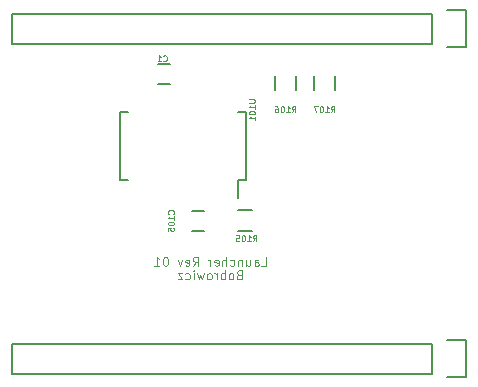
<source format=gbo>
G04 #@! TF.FileFunction,Legend,Bot*
%FSLAX46Y46*%
G04 Gerber Fmt 4.6, Leading zero omitted, Abs format (unit mm)*
G04 Created by KiCad (PCBNEW 4.0.1-stable) date 5/8/2016 2:59:50 PM*
%MOMM*%
G01*
G04 APERTURE LIST*
%ADD10C,0.100000*%
%ADD11C,0.076200*%
%ADD12C,0.150000*%
G04 APERTURE END LIST*
D10*
D11*
X136670142Y-116613214D02*
X137032999Y-116613214D01*
X137032999Y-115851214D01*
X136089571Y-116613214D02*
X136089571Y-116214071D01*
X136125857Y-116141500D01*
X136198428Y-116105214D01*
X136343571Y-116105214D01*
X136416142Y-116141500D01*
X136089571Y-116576929D02*
X136162142Y-116613214D01*
X136343571Y-116613214D01*
X136416142Y-116576929D01*
X136452428Y-116504357D01*
X136452428Y-116431786D01*
X136416142Y-116359214D01*
X136343571Y-116322929D01*
X136162142Y-116322929D01*
X136089571Y-116286643D01*
X135400142Y-116105214D02*
X135400142Y-116613214D01*
X135726713Y-116105214D02*
X135726713Y-116504357D01*
X135690428Y-116576929D01*
X135617856Y-116613214D01*
X135508999Y-116613214D01*
X135436428Y-116576929D01*
X135400142Y-116540643D01*
X135037284Y-116105214D02*
X135037284Y-116613214D01*
X135037284Y-116177786D02*
X135000999Y-116141500D01*
X134928427Y-116105214D01*
X134819570Y-116105214D01*
X134746999Y-116141500D01*
X134710713Y-116214071D01*
X134710713Y-116613214D01*
X134021284Y-116576929D02*
X134093855Y-116613214D01*
X134238998Y-116613214D01*
X134311570Y-116576929D01*
X134347855Y-116540643D01*
X134384141Y-116468071D01*
X134384141Y-116250357D01*
X134347855Y-116177786D01*
X134311570Y-116141500D01*
X134238998Y-116105214D01*
X134093855Y-116105214D01*
X134021284Y-116141500D01*
X133694712Y-116613214D02*
X133694712Y-115851214D01*
X133368141Y-116613214D02*
X133368141Y-116214071D01*
X133404427Y-116141500D01*
X133476998Y-116105214D01*
X133585855Y-116105214D01*
X133658427Y-116141500D01*
X133694712Y-116177786D01*
X132714998Y-116576929D02*
X132787569Y-116613214D01*
X132932712Y-116613214D01*
X133005283Y-116576929D01*
X133041569Y-116504357D01*
X133041569Y-116214071D01*
X133005283Y-116141500D01*
X132932712Y-116105214D01*
X132787569Y-116105214D01*
X132714998Y-116141500D01*
X132678712Y-116214071D01*
X132678712Y-116286643D01*
X133041569Y-116359214D01*
X132352140Y-116613214D02*
X132352140Y-116105214D01*
X132352140Y-116250357D02*
X132315855Y-116177786D01*
X132279569Y-116141500D01*
X132206998Y-116105214D01*
X132134426Y-116105214D01*
X130864427Y-116613214D02*
X131118427Y-116250357D01*
X131299855Y-116613214D02*
X131299855Y-115851214D01*
X131009570Y-115851214D01*
X130936998Y-115887500D01*
X130900713Y-115923786D01*
X130864427Y-115996357D01*
X130864427Y-116105214D01*
X130900713Y-116177786D01*
X130936998Y-116214071D01*
X131009570Y-116250357D01*
X131299855Y-116250357D01*
X130247570Y-116576929D02*
X130320141Y-116613214D01*
X130465284Y-116613214D01*
X130537855Y-116576929D01*
X130574141Y-116504357D01*
X130574141Y-116214071D01*
X130537855Y-116141500D01*
X130465284Y-116105214D01*
X130320141Y-116105214D01*
X130247570Y-116141500D01*
X130211284Y-116214071D01*
X130211284Y-116286643D01*
X130574141Y-116359214D01*
X129957284Y-116105214D02*
X129775855Y-116613214D01*
X129594427Y-116105214D01*
X128578428Y-115851214D02*
X128505856Y-115851214D01*
X128433285Y-115887500D01*
X128396999Y-115923786D01*
X128360713Y-115996357D01*
X128324428Y-116141500D01*
X128324428Y-116322929D01*
X128360713Y-116468071D01*
X128396999Y-116540643D01*
X128433285Y-116576929D01*
X128505856Y-116613214D01*
X128578428Y-116613214D01*
X128650999Y-116576929D01*
X128687285Y-116540643D01*
X128723570Y-116468071D01*
X128759856Y-116322929D01*
X128759856Y-116141500D01*
X128723570Y-115996357D01*
X128687285Y-115923786D01*
X128650999Y-115887500D01*
X128578428Y-115851214D01*
X127598714Y-116613214D02*
X128034142Y-116613214D01*
X127816428Y-116613214D02*
X127816428Y-115851214D01*
X127888999Y-115960071D01*
X127961571Y-116032643D01*
X128034142Y-116068929D01*
X134765143Y-117357071D02*
X134656286Y-117393357D01*
X134620001Y-117429643D01*
X134583715Y-117502214D01*
X134583715Y-117611071D01*
X134620001Y-117683643D01*
X134656286Y-117719929D01*
X134728858Y-117756214D01*
X135019143Y-117756214D01*
X135019143Y-116994214D01*
X134765143Y-116994214D01*
X134692572Y-117030500D01*
X134656286Y-117066786D01*
X134620001Y-117139357D01*
X134620001Y-117211929D01*
X134656286Y-117284500D01*
X134692572Y-117320786D01*
X134765143Y-117357071D01*
X135019143Y-117357071D01*
X134148286Y-117756214D02*
X134220858Y-117719929D01*
X134257143Y-117683643D01*
X134293429Y-117611071D01*
X134293429Y-117393357D01*
X134257143Y-117320786D01*
X134220858Y-117284500D01*
X134148286Y-117248214D01*
X134039429Y-117248214D01*
X133966858Y-117284500D01*
X133930572Y-117320786D01*
X133894286Y-117393357D01*
X133894286Y-117611071D01*
X133930572Y-117683643D01*
X133966858Y-117719929D01*
X134039429Y-117756214D01*
X134148286Y-117756214D01*
X133567714Y-117756214D02*
X133567714Y-116994214D01*
X133567714Y-117284500D02*
X133495143Y-117248214D01*
X133350000Y-117248214D01*
X133277429Y-117284500D01*
X133241143Y-117320786D01*
X133204857Y-117393357D01*
X133204857Y-117611071D01*
X133241143Y-117683643D01*
X133277429Y-117719929D01*
X133350000Y-117756214D01*
X133495143Y-117756214D01*
X133567714Y-117719929D01*
X132878285Y-117756214D02*
X132878285Y-117248214D01*
X132878285Y-117393357D02*
X132842000Y-117320786D01*
X132805714Y-117284500D01*
X132733143Y-117248214D01*
X132660571Y-117248214D01*
X132297714Y-117756214D02*
X132370286Y-117719929D01*
X132406571Y-117683643D01*
X132442857Y-117611071D01*
X132442857Y-117393357D01*
X132406571Y-117320786D01*
X132370286Y-117284500D01*
X132297714Y-117248214D01*
X132188857Y-117248214D01*
X132116286Y-117284500D01*
X132080000Y-117320786D01*
X132043714Y-117393357D01*
X132043714Y-117611071D01*
X132080000Y-117683643D01*
X132116286Y-117719929D01*
X132188857Y-117756214D01*
X132297714Y-117756214D01*
X131789714Y-117248214D02*
X131644571Y-117756214D01*
X131499428Y-117393357D01*
X131354285Y-117756214D01*
X131209142Y-117248214D01*
X130918856Y-117756214D02*
X130918856Y-117248214D01*
X130918856Y-116994214D02*
X130955142Y-117030500D01*
X130918856Y-117066786D01*
X130882571Y-117030500D01*
X130918856Y-116994214D01*
X130918856Y-117066786D01*
X130229428Y-117719929D02*
X130301999Y-117756214D01*
X130447142Y-117756214D01*
X130519714Y-117719929D01*
X130555999Y-117683643D01*
X130592285Y-117611071D01*
X130592285Y-117393357D01*
X130555999Y-117320786D01*
X130519714Y-117284500D01*
X130447142Y-117248214D01*
X130301999Y-117248214D01*
X130229428Y-117284500D01*
X129975428Y-117248214D02*
X129576285Y-117248214D01*
X129975428Y-117756214D01*
X129576285Y-117756214D01*
D12*
X130818000Y-111926000D02*
X131818000Y-111926000D01*
X131818000Y-113626000D02*
X130818000Y-113626000D01*
X151130000Y-97790000D02*
X115570000Y-97790000D01*
X115570000Y-97790000D02*
X115570000Y-95250000D01*
X115570000Y-95250000D02*
X151130000Y-95250000D01*
X153950000Y-94970000D02*
X152400000Y-94970000D01*
X151130000Y-95250000D02*
X151130000Y-97790000D01*
X152400000Y-98070000D02*
X153950000Y-98070000D01*
X153950000Y-98070000D02*
X153950000Y-94970000D01*
X151130000Y-125730000D02*
X115570000Y-125730000D01*
X115570000Y-125730000D02*
X115570000Y-123190000D01*
X115570000Y-123190000D02*
X151130000Y-123190000D01*
X153950000Y-122910000D02*
X152400000Y-122910000D01*
X151130000Y-123190000D02*
X151130000Y-125730000D01*
X152400000Y-126010000D02*
X153950000Y-126010000D01*
X153950000Y-126010000D02*
X153950000Y-122910000D01*
X134655000Y-113651000D02*
X135855000Y-113651000D01*
X135855000Y-111901000D02*
X134655000Y-111901000D01*
X137809000Y-100492000D02*
X137809000Y-101692000D01*
X139559000Y-101692000D02*
X139559000Y-100492000D01*
X141111000Y-100492000D02*
X141111000Y-101692000D01*
X142861000Y-101692000D02*
X142861000Y-100492000D01*
X135373000Y-109301000D02*
X134723000Y-109301000D01*
X135373000Y-103551000D02*
X134723000Y-103551000D01*
X124723000Y-103551000D02*
X125373000Y-103551000D01*
X124723000Y-109301000D02*
X125373000Y-109301000D01*
X135373000Y-109301000D02*
X135373000Y-103551000D01*
X124723000Y-109301000D02*
X124723000Y-103551000D01*
X134723000Y-109301000D02*
X134723000Y-110901000D01*
X128897000Y-101180000D02*
X127897000Y-101180000D01*
X127897000Y-99480000D02*
X128897000Y-99480000D01*
D11*
X129213429Y-112207523D02*
X129237619Y-112183333D01*
X129261810Y-112110761D01*
X129261810Y-112062380D01*
X129237619Y-111989809D01*
X129189238Y-111941428D01*
X129140857Y-111917237D01*
X129044095Y-111893047D01*
X128971524Y-111893047D01*
X128874762Y-111917237D01*
X128826381Y-111941428D01*
X128778000Y-111989809D01*
X128753810Y-112062380D01*
X128753810Y-112110761D01*
X128778000Y-112183333D01*
X128802190Y-112207523D01*
X129261810Y-112691333D02*
X129261810Y-112401047D01*
X129261810Y-112546190D02*
X128753810Y-112546190D01*
X128826381Y-112497809D01*
X128874762Y-112449428D01*
X128898952Y-112401047D01*
X128753810Y-113005809D02*
X128753810Y-113054190D01*
X128778000Y-113102571D01*
X128802190Y-113126762D01*
X128850571Y-113150952D01*
X128947333Y-113175143D01*
X129068286Y-113175143D01*
X129165048Y-113150952D01*
X129213429Y-113126762D01*
X129237619Y-113102571D01*
X129261810Y-113054190D01*
X129261810Y-113005809D01*
X129237619Y-112957428D01*
X129213429Y-112933238D01*
X129165048Y-112909047D01*
X129068286Y-112884857D01*
X128947333Y-112884857D01*
X128850571Y-112909047D01*
X128802190Y-112933238D01*
X128778000Y-112957428D01*
X128753810Y-113005809D01*
X128753810Y-113634762D02*
X128753810Y-113392857D01*
X128995714Y-113368667D01*
X128971524Y-113392857D01*
X128947333Y-113441238D01*
X128947333Y-113562191D01*
X128971524Y-113610572D01*
X128995714Y-113634762D01*
X129044095Y-113658953D01*
X129165048Y-113658953D01*
X129213429Y-113634762D01*
X129237619Y-113610572D01*
X129261810Y-113562191D01*
X129261810Y-113441238D01*
X129237619Y-113392857D01*
X129213429Y-113368667D01*
X135950477Y-114529810D02*
X136119810Y-114287905D01*
X136240763Y-114529810D02*
X136240763Y-114021810D01*
X136047239Y-114021810D01*
X135998858Y-114046000D01*
X135974667Y-114070190D01*
X135950477Y-114118571D01*
X135950477Y-114191143D01*
X135974667Y-114239524D01*
X135998858Y-114263714D01*
X136047239Y-114287905D01*
X136240763Y-114287905D01*
X135466667Y-114529810D02*
X135756953Y-114529810D01*
X135611810Y-114529810D02*
X135611810Y-114021810D01*
X135660191Y-114094381D01*
X135708572Y-114142762D01*
X135756953Y-114166952D01*
X135152191Y-114021810D02*
X135103810Y-114021810D01*
X135055429Y-114046000D01*
X135031238Y-114070190D01*
X135007048Y-114118571D01*
X134982857Y-114215333D01*
X134982857Y-114336286D01*
X135007048Y-114433048D01*
X135031238Y-114481429D01*
X135055429Y-114505619D01*
X135103810Y-114529810D01*
X135152191Y-114529810D01*
X135200572Y-114505619D01*
X135224762Y-114481429D01*
X135248953Y-114433048D01*
X135273143Y-114336286D01*
X135273143Y-114215333D01*
X135248953Y-114118571D01*
X135224762Y-114070190D01*
X135200572Y-114046000D01*
X135152191Y-114021810D01*
X134523238Y-114021810D02*
X134765143Y-114021810D01*
X134789333Y-114263714D01*
X134765143Y-114239524D01*
X134716762Y-114215333D01*
X134595809Y-114215333D01*
X134547428Y-114239524D01*
X134523238Y-114263714D01*
X134499047Y-114312095D01*
X134499047Y-114433048D01*
X134523238Y-114481429D01*
X134547428Y-114505619D01*
X134595809Y-114529810D01*
X134716762Y-114529810D01*
X134765143Y-114505619D01*
X134789333Y-114481429D01*
X139252477Y-103607810D02*
X139421810Y-103365905D01*
X139542763Y-103607810D02*
X139542763Y-103099810D01*
X139349239Y-103099810D01*
X139300858Y-103124000D01*
X139276667Y-103148190D01*
X139252477Y-103196571D01*
X139252477Y-103269143D01*
X139276667Y-103317524D01*
X139300858Y-103341714D01*
X139349239Y-103365905D01*
X139542763Y-103365905D01*
X138768667Y-103607810D02*
X139058953Y-103607810D01*
X138913810Y-103607810D02*
X138913810Y-103099810D01*
X138962191Y-103172381D01*
X139010572Y-103220762D01*
X139058953Y-103244952D01*
X138454191Y-103099810D02*
X138405810Y-103099810D01*
X138357429Y-103124000D01*
X138333238Y-103148190D01*
X138309048Y-103196571D01*
X138284857Y-103293333D01*
X138284857Y-103414286D01*
X138309048Y-103511048D01*
X138333238Y-103559429D01*
X138357429Y-103583619D01*
X138405810Y-103607810D01*
X138454191Y-103607810D01*
X138502572Y-103583619D01*
X138526762Y-103559429D01*
X138550953Y-103511048D01*
X138575143Y-103414286D01*
X138575143Y-103293333D01*
X138550953Y-103196571D01*
X138526762Y-103148190D01*
X138502572Y-103124000D01*
X138454191Y-103099810D01*
X137849428Y-103099810D02*
X137946190Y-103099810D01*
X137994571Y-103124000D01*
X138018762Y-103148190D01*
X138067143Y-103220762D01*
X138091333Y-103317524D01*
X138091333Y-103511048D01*
X138067143Y-103559429D01*
X138042952Y-103583619D01*
X137994571Y-103607810D01*
X137897809Y-103607810D01*
X137849428Y-103583619D01*
X137825238Y-103559429D01*
X137801047Y-103511048D01*
X137801047Y-103390095D01*
X137825238Y-103341714D01*
X137849428Y-103317524D01*
X137897809Y-103293333D01*
X137994571Y-103293333D01*
X138042952Y-103317524D01*
X138067143Y-103341714D01*
X138091333Y-103390095D01*
X142554477Y-103607810D02*
X142723810Y-103365905D01*
X142844763Y-103607810D02*
X142844763Y-103099810D01*
X142651239Y-103099810D01*
X142602858Y-103124000D01*
X142578667Y-103148190D01*
X142554477Y-103196571D01*
X142554477Y-103269143D01*
X142578667Y-103317524D01*
X142602858Y-103341714D01*
X142651239Y-103365905D01*
X142844763Y-103365905D01*
X142070667Y-103607810D02*
X142360953Y-103607810D01*
X142215810Y-103607810D02*
X142215810Y-103099810D01*
X142264191Y-103172381D01*
X142312572Y-103220762D01*
X142360953Y-103244952D01*
X141756191Y-103099810D02*
X141707810Y-103099810D01*
X141659429Y-103124000D01*
X141635238Y-103148190D01*
X141611048Y-103196571D01*
X141586857Y-103293333D01*
X141586857Y-103414286D01*
X141611048Y-103511048D01*
X141635238Y-103559429D01*
X141659429Y-103583619D01*
X141707810Y-103607810D01*
X141756191Y-103607810D01*
X141804572Y-103583619D01*
X141828762Y-103559429D01*
X141852953Y-103511048D01*
X141877143Y-103414286D01*
X141877143Y-103293333D01*
X141852953Y-103196571D01*
X141828762Y-103148190D01*
X141804572Y-103124000D01*
X141756191Y-103099810D01*
X141417524Y-103099810D02*
X141078857Y-103099810D01*
X141296571Y-103607810D01*
X135611810Y-102507142D02*
X136023048Y-102507142D01*
X136071429Y-102531333D01*
X136095619Y-102555523D01*
X136119810Y-102603904D01*
X136119810Y-102700666D01*
X136095619Y-102749047D01*
X136071429Y-102773238D01*
X136023048Y-102797428D01*
X135611810Y-102797428D01*
X136119810Y-103305428D02*
X136119810Y-103015142D01*
X136119810Y-103160285D02*
X135611810Y-103160285D01*
X135684381Y-103111904D01*
X135732762Y-103063523D01*
X135756952Y-103015142D01*
X135611810Y-103619904D02*
X135611810Y-103668285D01*
X135636000Y-103716666D01*
X135660190Y-103740857D01*
X135708571Y-103765047D01*
X135805333Y-103789238D01*
X135926286Y-103789238D01*
X136023048Y-103765047D01*
X136071429Y-103740857D01*
X136095619Y-103716666D01*
X136119810Y-103668285D01*
X136119810Y-103619904D01*
X136095619Y-103571523D01*
X136071429Y-103547333D01*
X136023048Y-103523142D01*
X135926286Y-103498952D01*
X135805333Y-103498952D01*
X135708571Y-103523142D01*
X135660190Y-103547333D01*
X135636000Y-103571523D01*
X135611810Y-103619904D01*
X136119810Y-104273048D02*
X136119810Y-103982762D01*
X136119810Y-104127905D02*
X135611810Y-104127905D01*
X135684381Y-104079524D01*
X135732762Y-104031143D01*
X135756952Y-103982762D01*
X128354667Y-99241429D02*
X128378857Y-99265619D01*
X128451429Y-99289810D01*
X128499810Y-99289810D01*
X128572381Y-99265619D01*
X128620762Y-99217238D01*
X128644953Y-99168857D01*
X128669143Y-99072095D01*
X128669143Y-98999524D01*
X128644953Y-98902762D01*
X128620762Y-98854381D01*
X128572381Y-98806000D01*
X128499810Y-98781810D01*
X128451429Y-98781810D01*
X128378857Y-98806000D01*
X128354667Y-98830190D01*
X127870857Y-99289810D02*
X128161143Y-99289810D01*
X128016000Y-99289810D02*
X128016000Y-98781810D01*
X128064381Y-98854381D01*
X128112762Y-98902762D01*
X128161143Y-98926952D01*
M02*

</source>
